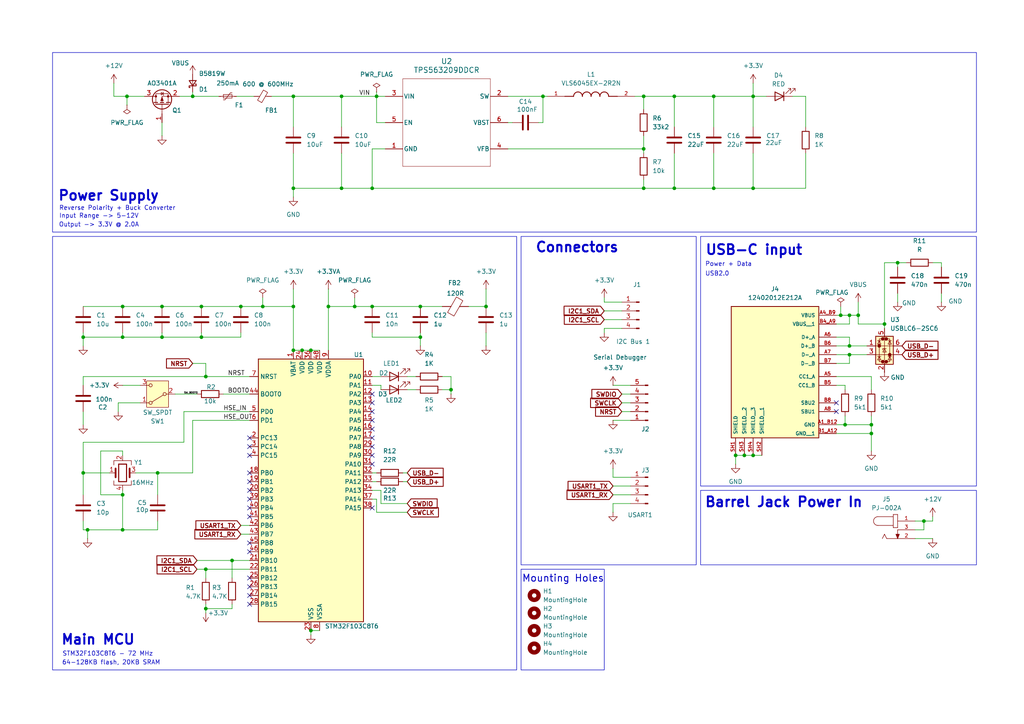
<source format=kicad_sch>
(kicad_sch (version 20250114) (generator "eeschema") (generator_version "9.0")
  (paper "A4")
  (title_block (title "STM32 Dev Board Design") (rev "01") (comment 1 "This is an attempt at a STM32 bluepill-like design to improve my skills in PCB design"))
  (rectangle (start 15.24 68.58) (end 149.86 194.31))
  (rectangle (start 15.24 15.24) (end 283.21 67.31))
  (rectangle (start 151.13 165.1) (end 175.26 194.31))
  (rectangle (start 151.13 68.58) (end 201.93 163.83))
  (rectangle (start 203.2 142.24) (end 283.21 163.83))
  (rectangle (start 203.2 68.58) (end 283.21 140.97))
  (text "64-128KB flash, 20KB SRAM\n" (at 32.258 192.278 0) (effects (font (size 1.27 1.27))))
  (text "STM32F103C8T6 - 72 MHz" (at 31.242 189.738 0) (effects (font (size 1.27 1.27))))
  (text "Output -> 3.3V @ 2.0A" (at 28.702 65.278 0) (effects (font (size 1.27 1.27))))
  (text "Connectors" (at 167.386 71.882 0) (effects (font (size 2.8448 2.8448) (thickness 0.569) (bold yes))))
  (text "Barrel Jack Power In\n" (at 227.33 145.796 0) (effects (font (size 2.8448 2.8448) (thickness 0.569) (bold yes))))
  (text "Input Range -> 5-12V" (at 28.702 62.738 0) (effects (font (size 1.27 1.27))))
  (text "Mounting Holes\n" (at 163.322 167.894 0) (effects (font (size 2.032 2.032) (thickness 0.254) (bold yes))))
  (text "Power Supply" (at 31.496 56.896 0) (effects (font (size 2.8448 2.8448) (thickness 0.569) (bold yes))))
  (text "USB2.0" (at 208.026 79.502 0) (effects (font (size 1.27 1.27))))
  (text "Main MCU" (at 28.448 185.674 0) (effects (font (size 2.8448 2.8448) (thickness 0.569) (bold yes))))
  (text "USB-C input\n\n" (at 218.694 74.93 0) (effects (font (size 2.8448 2.8448) (thickness 0.569) (bold yes))))
  (text "Reverse Polarity + Buck Converter" (at 34.036 60.452 0) (effects (font (size 1.27 1.27))))
  (text "Power + Data" (at 211.328 76.708 0) (effects (font (size 1.27 1.27))))
  (junction (at 85.09 88.9))
  (junction (at 248.92 91.44))
  (junction (at 267.97 151.13))
  (junction (at 215.9 132.08))
  (junction (at 58.42 88.9))
  (junction (at 99.06 27.94))
  (junction (at 59.69 176.53))
  (junction (at 59.69 165.1))
  (junction (at 195.58 54.61))
  (junction (at 67.31 162.56))
  (junction (at 35.56 143.51))
  (junction (at 246.38 91.44))
  (junction (at 140.97 88.9))
  (junction (at 186.69 54.61))
  (junction (at 35.56 153.67))
  (junction (at 213.36 132.08))
  (junction (at 55.88 27.94))
  (junction (at 58.42 97.79))
  (junction (at 243.84 91.44))
  (junction (at 76.2 88.9))
  (junction (at 59.69 109.22))
  (junction (at 121.92 97.79))
  (junction (at 195.58 27.94))
  (junction (at 25.4 153.67))
  (junction (at 218.44 132.08))
  (junction (at 102.87 88.9))
  (junction (at 85.09 54.61))
  (junction (at 85.09 27.94))
  (junction (at 107.95 54.61))
  (junction (at 121.92 88.9))
  (junction (at 24.13 137.16))
  (junction (at 186.69 43.18))
  (junction (at 90.17 182.88))
  (junction (at 252.73 125.73))
  (junction (at 260.35 76.2))
  (junction (at 109.22 27.94))
  (junction (at 90.17 101.6))
  (junction (at 246.38 102.87))
  (junction (at 130.81 113.03))
  (junction (at 46.99 97.79))
  (junction (at 45.72 137.16))
  (junction (at 85.09 101.6))
  (junction (at 99.06 54.61))
  (junction (at 246.38 100.33))
  (junction (at 36.83 27.94))
  (junction (at 218.44 54.61))
  (junction (at 107.95 88.9))
  (junction (at 207.01 54.61))
  (junction (at 87.63 101.6))
  (junction (at 218.44 27.94))
  (junction (at 157.48 27.94))
  (junction (at 69.85 88.9))
  (junction (at 46.99 88.9))
  (junction (at 35.56 88.9))
  (junction (at 35.56 97.79))
  (junction (at 95.25 88.9))
  (junction (at 252.73 123.19))
  (junction (at 256.54 93.98))
  (junction (at 207.01 27.94))
  (junction (at 245.11 123.19))
  (junction (at 186.69 27.94))
  (junction (at 24.13 97.79))
  (no_connect (at 72.39 147.32))
  (no_connect (at 107.95 134.62))
  (no_connect (at 242.57 119.38))
  (no_connect (at 107.95 132.08))
  (no_connect (at 72.39 170.18))
  (no_connect (at 107.95 127))
  (no_connect (at 72.39 139.7))
  (no_connect (at 72.39 127))
  (no_connect (at 107.95 119.38))
  (no_connect (at 107.95 129.54))
  (no_connect (at 72.39 137.16))
  (no_connect (at 72.39 132.08))
  (no_connect (at 72.39 157.48))
  (no_connect (at 107.95 114.3))
  (no_connect (at 107.95 121.92))
  (no_connect (at 72.39 175.26))
  (no_connect (at 242.57 116.84))
  (no_connect (at 72.39 172.72))
  (no_connect (at 107.95 124.46))
  (no_connect (at 72.39 144.78))
  (no_connect (at 72.39 142.24))
  (no_connect (at 107.95 116.84))
  (no_connect (at 72.39 129.54))
  (no_connect (at 107.95 147.32))
  (no_connect (at 72.39 160.02))
  (no_connect (at 72.39 149.86))
  (no_connect (at 72.39 167.64))
  (wire (pts (xy 85.09 27.94) (xy 99.06 27.94)))
  (wire (pts (xy 180.34 114.3) (xy 182.88 114.3)))
  (wire (pts (xy 46.99 96.52) (xy 46.99 97.79)))
  (wire (pts (xy 215.9 132.08) (xy 218.44 132.08)))
  (wire (pts (xy 128.27 109.22) (xy 130.81 109.22)))
  (wire (pts (xy 110.49 111.76) (xy 110.49 113.03)))
  (wire (pts (xy 107.95 43.18) (xy 111.76 43.18)))
  (wire (pts (xy 242.57 125.73) (xy 252.73 125.73)))
  (wire (pts (xy 58.42 96.52) (xy 58.42 97.79)))
  (wire (pts (xy 55.88 27.94) (xy 63.5 27.94)))
  (wire (pts (xy 242.57 111.76) (xy 245.11 111.76)))
  (wire (pts (xy 68.58 27.94) (xy 73.66 27.94)))
  (wire (pts (xy 35.56 111.76) (xy 40.64 111.76)))
  (wire (pts (xy 109.22 27.94) (xy 109.22 35.56)))
  (wire (pts (xy 35.56 153.67) (xy 45.72 153.67)))
  (wire (pts (xy 85.09 57.15) (xy 85.09 54.61)))
  (wire (pts (xy 67.31 162.56) (xy 72.39 162.56)))
  (wire (pts (xy 95.25 83.82) (xy 95.25 88.9)))
  (wire (pts (xy 130.81 109.22) (xy 130.81 113.03)))
  (wire (pts (xy 87.63 101.6) (xy 90.17 101.6)))
  (wire (pts (xy 109.22 137.16) (xy 107.95 137.16)))
  (wire (pts (xy 245.11 120.65) (xy 245.11 123.19)))
  (wire (pts (xy 177.8 140.97) (xy 182.88 140.97)))
  (wire (pts (xy 248.92 93.98) (xy 256.54 93.98)))
  (wire (pts (xy 207.01 27.94) (xy 218.44 27.94)))
  (wire (pts (xy 24.13 109.22) (xy 24.13 111.76)))
  (wire (pts (xy 78.74 27.94) (xy 85.09 27.94)))
  (wire (pts (xy 218.44 27.94) (xy 222.25 27.94)))
  (wire (pts (xy 110.49 146.05) (xy 118.11 146.05)))
  (wire (pts (xy 246.38 102.87) (xy 251.46 102.87)))
  (wire (pts (xy 69.85 152.4) (xy 72.39 152.4)))
  (wire (pts (xy 256.54 93.98) (xy 256.54 95.25)))
  (wire (pts (xy 46.99 35.56) (xy 46.99 39.37)))
  (wire (pts (xy 265.43 151.13) (xy 267.97 151.13)))
  (wire (pts (xy 24.13 119.38) (xy 24.13 123.19)))
  (wire (pts (xy 52.07 27.94) (xy 55.88 27.94)))
  (wire (pts (xy 59.69 109.22) (xy 72.39 109.22)))
  (wire (pts (xy 180.34 87.63) (xy 175.26 87.63)))
  (wire (pts (xy 36.83 27.94) (xy 41.91 27.94)))
  (wire (pts (xy 33.02 24.13) (xy 33.02 27.94)))
  (wire (pts (xy 273.05 76.2) (xy 273.05 77.47)))
  (wire (pts (xy 111.76 35.56) (xy 109.22 35.56)))
  (wire (pts (xy 55.88 137.16) (xy 55.88 121.92)))
  (wire (pts (xy 186.69 52.07) (xy 186.69 54.61)))
  (wire (pts (xy 24.13 109.22) (xy 59.69 109.22)))
  (wire (pts (xy 57.15 162.56) (xy 67.31 162.56)))
  (wire (pts (xy 273.05 85.09) (xy 273.05 87.63)))
  (wire (pts (xy 243.84 88.9) (xy 243.84 91.44)))
  (wire (pts (xy 218.44 44.45) (xy 218.44 54.61)))
  (wire (pts (xy 69.85 88.9) (xy 76.2 88.9)))
  (wire (pts (xy 147.32 27.94) (xy 157.48 27.94)))
  (wire (pts (xy 128.27 113.03) (xy 130.81 113.03)))
  (wire (pts (xy 242.57 102.87) (xy 246.38 102.87)))
  (wire (pts (xy 186.69 54.61) (xy 195.58 54.61)))
  (wire (pts (xy 69.85 154.94) (xy 72.39 154.94)))
  (wire (pts (xy 140.97 83.82) (xy 140.97 88.9)))
  (wire (pts (xy 246.38 105.41) (xy 246.38 102.87)))
  (wire (pts (xy 46.99 88.9) (xy 58.42 88.9)))
  (wire (pts (xy 59.69 175.26) (xy 59.69 176.53)))
  (wire (pts (xy 121.92 97.79) (xy 107.95 97.79)))
  (wire (pts (xy 121.92 88.9) (xy 128.27 88.9)))
  (wire (pts (xy 248.92 87.63) (xy 248.92 91.44)))
  (wire (pts (xy 34.29 116.84) (xy 40.64 116.84)))
  (wire (pts (xy 46.99 97.79) (xy 58.42 97.79)))
  (wire (pts (xy 245.11 123.19) (xy 252.73 123.19)))
  (wire (pts (xy 85.09 54.61) (xy 99.06 54.61)))
  (wire (pts (xy 107.95 54.61) (xy 186.69 54.61)))
  (wire (pts (xy 195.58 27.94) (xy 195.58 36.83)))
  (wire (pts (xy 90.17 101.6) (xy 92.71 101.6)))
  (wire (pts (xy 107.95 54.61) (xy 107.95 43.18)))
  (wire (pts (xy 76.2 86.36) (xy 76.2 88.9)))
  (wire (pts (xy 24.13 100.33) (xy 24.13 97.79)))
  (wire (pts (xy 121.92 96.52) (xy 121.92 97.79)))
  (wire (pts (xy 242.57 97.79) (xy 246.38 97.79)))
  (wire (pts (xy 107.95 97.79) (xy 107.95 96.52)))
  (wire (pts (xy 67.31 162.56) (xy 67.31 167.64)))
  (wire (pts (xy 267.97 153.67) (xy 267.97 151.13)))
  (wire (pts (xy 177.8 146.05) (xy 177.8 148.59)))
  (wire (pts (xy 218.44 132.08) (xy 220.98 132.08)))
  (wire (pts (xy 36.83 30.48) (xy 36.83 27.94)))
  (wire (pts (xy 118.11 137.16) (xy 116.84 137.16)))
  (wire (pts (xy 213.36 132.08) (xy 215.9 132.08)))
  (wire (pts (xy 24.13 137.16) (xy 24.13 128.27)))
  (wire (pts (xy 35.56 130.81) (xy 29.21 130.81)))
  (wire (pts (xy 121.92 97.79) (xy 121.92 100.33)))
  (wire (pts (xy 147.32 35.56) (xy 148.59 35.56)))
  (wire (pts (xy 99.06 36.83) (xy 99.06 27.94)))
  (wire (pts (xy 177.8 111.76) (xy 182.88 111.76)))
  (wire (pts (xy 180.34 95.25) (xy 175.26 95.25)))
  (wire (pts (xy 186.69 44.45) (xy 186.69 43.18)))
  (wire (pts (xy 175.26 92.71) (xy 180.34 92.71)))
  (wire (pts (xy 242.57 91.44) (xy 243.84 91.44)))
  (wire (pts (xy 107.95 111.76) (xy 110.49 111.76)))
  (wire (pts (xy 252.73 109.22) (xy 252.73 113.03)))
  (wire (pts (xy 35.56 142.24) (xy 35.56 143.51)))
  (wire (pts (xy 35.56 97.79) (xy 46.99 97.79)))
  (wire (pts (xy 35.56 132.08) (xy 35.56 130.81)))
  (wire (pts (xy 76.2 88.9) (xy 85.09 88.9)))
  (wire (pts (xy 110.49 142.24) (xy 107.95 142.24)))
  (wire (pts (xy 109.22 148.59) (xy 118.11 148.59)))
  (wire (pts (xy 24.13 153.67) (xy 25.4 153.67)))
  (wire (pts (xy 207.01 44.45) (xy 207.01 54.61)))
  (wire (pts (xy 233.68 44.45) (xy 233.68 54.61)))
  (wire (pts (xy 243.84 91.44) (xy 246.38 91.44)))
  (wire (pts (xy 90.17 182.88) (xy 90.17 184.15)))
  (wire (pts (xy 39.37 137.16) (xy 45.72 137.16)))
  (wire (pts (xy 53.34 119.38) (xy 72.39 119.38)))
  (wire (pts (xy 107.95 88.9) (xy 121.92 88.9)))
  (wire (pts (xy 33.02 27.94) (xy 36.83 27.94)))
  (wire (pts (xy 156.21 35.56) (xy 157.48 35.56)))
  (wire (pts (xy 102.87 86.36) (xy 102.87 88.9)))
  (wire (pts (xy 35.56 88.9) (xy 46.99 88.9)))
  (wire (pts (xy 186.69 39.37) (xy 186.69 43.18)))
  (wire (pts (xy 50.8 114.3) (xy 57.15 114.3)))
  (wire (pts (xy 118.11 139.7) (xy 116.84 139.7)))
  (wire (pts (xy 218.44 36.83) (xy 218.44 27.94)))
  (wire (pts (xy 147.32 43.18) (xy 186.69 43.18)))
  (wire (pts (xy 242.57 93.98) (xy 246.38 93.98)))
  (wire (pts (xy 246.38 97.79) (xy 246.38 100.33)))
  (wire (pts (xy 177.8 138.43) (xy 177.8 135.89)))
  (wire (pts (xy 242.57 100.33) (xy 246.38 100.33)))
  (wire (pts (xy 265.43 156.21) (xy 270.51 156.21)))
  (wire (pts (xy 256.54 76.2) (xy 260.35 76.2)))
  (wire (pts (xy 85.09 83.82) (xy 85.09 88.9)))
  (wire (pts (xy 67.31 176.53) (xy 59.69 176.53)))
  (wire (pts (xy 29.21 130.81) (xy 29.21 143.51)))
  (wire (pts (xy 107.95 109.22) (xy 110.49 109.22)))
  (wire (pts (xy 182.88 138.43) (xy 177.8 138.43)))
  (wire (pts (xy 140.97 96.52) (xy 140.97 100.33)))
  (wire (pts (xy 242.57 105.41) (xy 246.38 105.41)))
  (wire (pts (xy 35.56 143.51) (xy 35.56 153.67)))
  (wire (pts (xy 57.15 165.1) (xy 59.69 165.1)))
  (wire (pts (xy 95.25 88.9) (xy 102.87 88.9)))
  (wire (pts (xy 24.13 96.52) (xy 24.13 97.79)))
  (wire (pts (xy 218.44 24.13) (xy 218.44 27.94)))
  (wire (pts (xy 58.42 97.79) (xy 69.85 97.79)))
  (wire (pts (xy 252.73 123.19) (xy 252.73 125.73)))
  (wire (pts (xy 59.69 176.53) (xy 59.69 177.8)))
  (wire (pts (xy 102.87 88.9) (xy 107.95 88.9)))
  (wire (pts (xy 180.34 116.84) (xy 182.88 116.84)))
  (wire (pts (xy 67.31 175.26) (xy 67.31 176.53)))
  (wire (pts (xy 267.97 151.13) (xy 270.51 151.13)))
  (wire (pts (xy 175.26 87.63) (xy 175.26 86.36)))
  (wire (pts (xy 252.73 120.65) (xy 252.73 123.19)))
  (wire (pts (xy 182.88 146.05) (xy 177.8 146.05)))
  (wire (pts (xy 177.8 143.51) (xy 182.88 143.51)))
  (wire (pts (xy 177.8 121.92) (xy 182.88 121.92)))
  (wire (pts (xy 207.01 54.61) (xy 195.58 54.61)))
  (wire (pts (xy 246.38 100.33) (xy 251.46 100.33)))
  (wire (pts (xy 229.87 27.94) (xy 233.68 27.94)))
  (wire (pts (xy 55.88 26.67) (xy 55.88 27.94)))
  (wire (pts (xy 265.43 153.67) (xy 267.97 153.67)))
  (wire (pts (xy 233.68 54.61) (xy 218.44 54.61)))
  (wire (pts (xy 85.09 36.83) (xy 85.09 27.94)))
  (wire (pts (xy 25.4 153.67) (xy 35.56 153.67)))
  (wire (pts (xy 24.13 151.13) (xy 24.13 153.67)))
  (wire (pts (xy 24.13 97.79) (xy 35.56 97.79)))
  (wire (pts (xy 246.38 91.44) (xy 248.92 91.44)))
  (wire (pts (xy 157.48 27.94) (xy 158.75 27.94)))
  (wire (pts (xy 260.35 77.47) (xy 260.35 76.2)))
  (wire (pts (xy 24.13 137.16) (xy 31.75 137.16)))
  (wire (pts (xy 245.11 111.76) (xy 245.11 113.03)))
  (wire (pts (xy 256.54 93.98) (xy 256.54 76.2)))
  (wire (pts (xy 24.13 128.27) (xy 53.34 128.27)))
  (wire (pts (xy 34.29 119.38) (xy 34.29 116.84)))
  (wire (pts (xy 99.06 54.61) (xy 107.95 54.61)))
  (wire (pts (xy 95.25 88.9) (xy 95.25 101.6)))
  (wire (pts (xy 242.57 109.22) (xy 252.73 109.22)))
  (wire (pts (xy 64.77 114.3) (xy 72.39 114.3)))
  (wire (pts (xy 233.68 27.94) (xy 233.68 36.83)))
  (wire (pts (xy 69.85 97.79) (xy 69.85 96.52)))
  (wire (pts (xy 195.58 54.61) (xy 195.58 44.45)))
  (wire (pts (xy 186.69 27.94) (xy 186.69 31.75)))
  (wire (pts (xy 55.88 121.92) (xy 72.39 121.92)))
  (wire (pts (xy 260.35 85.09) (xy 260.35 87.63)))
  (wire (pts (xy 59.69 165.1) (xy 59.69 167.64)))
  (wire (pts (xy 109.22 139.7) (xy 107.95 139.7)))
  (wire (pts (xy 248.92 93.98) (xy 248.92 91.44)))
  (wire (pts (xy 180.34 119.38) (xy 182.88 119.38)))
  (wire (pts (xy 85.09 88.9) (xy 85.09 101.6)))
  (wire (pts (xy 45.72 151.13) (xy 45.72 153.67)))
  (wire (pts (xy 109.22 27.94) (xy 111.76 27.94)))
  (wire (pts (xy 59.69 165.1) (xy 72.39 165.1)))
  (wire (pts (xy 157.48 27.94) (xy 157.48 35.56)))
  (wire (pts (xy 175.26 95.25) (xy 175.26 96.52)))
  (wire (pts (xy 207.01 54.61) (xy 218.44 54.61)))
  (wire (pts (xy 55.88 105.41) (xy 59.69 105.41)))
  (wire (pts (xy 245.11 123.19) (xy 242.57 123.19)))
  (wire (pts (xy 110.49 146.05) (xy 110.49 142.24)))
  (wire (pts (xy 195.58 27.94) (xy 186.69 27.94)))
  (wire (pts (xy 85.09 44.45) (xy 85.09 54.61)))
  (wire (pts (xy 99.06 27.94) (xy 109.22 27.94)))
  (wire (pts (xy 118.11 109.22) (xy 120.65 109.22)))
  (wire (pts (xy 25.4 153.67) (xy 25.4 156.21)))
  (wire (pts (xy 85.09 101.6) (xy 87.63 101.6)))
  (wire (pts (xy 90.17 182.88) (xy 92.71 182.88)))
  (wire (pts (xy 99.06 44.45) (xy 99.06 54.61)))
  (wire (pts (xy 135.89 88.9) (xy 140.97 88.9)))
  (wire (pts (xy 270.51 76.2) (xy 273.05 76.2)))
  (wire (pts (xy 207.01 27.94) (xy 195.58 27.94)))
  (wire (pts (xy 130.81 113.03) (xy 130.81 114.3)))
  (wire (pts (xy 109.22 144.78) (xy 107.95 144.78)))
  (wire (pts (xy 45.72 137.16) (xy 45.72 143.51)))
  (wire (pts (xy 29.21 143.51) (xy 35.56 143.51)))
  (wire (pts (xy 246.38 93.98) (xy 246.38 91.44)))
  (wire (pts (xy 260.35 76.2) (xy 262.89 76.2)))
  (wire (pts (xy 270.51 151.13) (xy 270.51 149.86)))
  (wire (pts (xy 45.72 137.16) (xy 55.88 137.16)))
  (wire (pts (xy 207.01 27.94) (xy 207.01 36.83)))
  (wire (pts (xy 175.26 90.17) (xy 180.34 90.17)))
  (wire (pts (xy 109.22 26.67) (xy 109.22 27.94)))
  (wire (pts (xy 118.11 113.03) (xy 120.65 113.03)))
  (wire (pts (xy 35.56 96.52) (xy 35.56 97.79)))
  (wire (pts (xy 24.13 137.16) (xy 24.13 143.51)))
  (wire (pts (xy 58.42 88.9) (xy 69.85 88.9)))
  (wire (pts (xy 109.22 144.78) (xy 109.22 148.59)))
  (wire (pts (xy 213.36 132.08) (xy 213.36 134.62)))
  (wire (pts (xy 53.34 128.27) (xy 53.34 119.38)))
  (wire (pts (xy 184.15 27.94) (xy 186.69 27.94)))
  (wire (pts (xy 24.13 88.9) (xy 35.56 88.9)))
  (wire (pts (xy 252.73 125.73) (xy 252.73 130.81)))
  (wire (pts (xy 59.69 105.41) (xy 59.69 109.22)))
  (label "VIN" (at 104.14 27.94 0))
  (label "NRST" (at 66.04 109.22 0))
  (label "SW_BOOT0" (at 53.34 114.3 0) (effects (font (size 0.508 0.508))))
  (label "HSE_IN" (at 64.77 119.38 0))
  (label "HSE_OUT" (at 64.77 121.92 0))
  (label "BOOT0" (at 66.04 114.3 0))
  (global_label "I2C1_SCL" (shape input) (at 175.26 92.71 180) (effects (font (thickness 0.254) (bold yes))) (property "Intersheetrefs" "${INTERSHEET_REFS}" (effects (hide yes))))
  (global_label "USB_D-" (shape input) (at 118.11 137.16 0) (effects (font (thickness 0.254) (bold yes))) (property "Intersheetrefs" "${INTERSHEET_REFS}" (effects (hide yes))))
  (global_label "USB_D+" (shape input) (at 261.62 102.87 0) (effects (font (thickness 0.254) (bold yes))) (property "Intersheetrefs" "${INTERSHEET_REFS}" (effects (hide yes))))
  (global_label "SWCLK" (shape input) (at 118.11 148.59 0) (effects (font (thickness 0.254) (bold yes))) (property "Intersheetrefs" "${INTERSHEET_REFS}" (effects (hide yes))))
  (global_label "SWCLK" (shape input) (at 180.34 116.84 180) (effects (font (thickness 0.254) (bold yes))) (property "Intersheetrefs" "${INTERSHEET_REFS}" (effects (hide yes))))
  (global_label "USB_D+" (shape input) (at 118.11 139.7 0) (effects (font (thickness 0.254) (bold yes))) (property "Intersheetrefs" "${INTERSHEET_REFS}" (effects (hide yes))))
  (global_label "USART1_TX" (shape input) (at 69.85 152.4 180) (effects (font (thickness 0.254) (bold yes))) (property "Intersheetrefs" "${INTERSHEET_REFS}" (effects (hide yes))))
  (global_label "I2C1_SCL" (shape input) (at 57.15 165.1 180) (effects (font (thickness 0.254) (bold yes))) (property "Intersheetrefs" "${INTERSHEET_REFS}" (effects (hide yes))))
  (global_label "SWDIO" (shape input) (at 180.34 114.3 180) (effects (font (thickness 0.254) (bold yes))) (property "Intersheetrefs" "${INTERSHEET_REFS}" (effects (hide yes))))
  (global_label "NRST" (shape input) (at 55.88 105.41 180) (effects (font (thickness 0.254) (bold yes))) (property "Intersheetrefs" "${INTERSHEET_REFS}" (effects (hide yes))))
  (global_label "NRST" (shape input) (at 180.34 119.38 180) (effects (font (thickness 0.254) (bold yes))) (property "Intersheetrefs" "${INTERSHEET_REFS}" (effects (hide yes))))
  (global_label "I2C1_SDA" (shape input) (at 57.15 162.56 180) (effects (font (thickness 0.254) (bold yes))) (property "Intersheetrefs" "${INTERSHEET_REFS}" (effects (hide yes))))
  (global_label "USART1_RX" (shape input) (at 177.8 143.51 180) (effects (font (thickness 0.254) (bold yes))) (property "Intersheetrefs" "${INTERSHEET_REFS}" (effects (hide yes))))
  (global_label "USART1_RX" (shape input) (at 69.85 154.94 180) (effects (font (thickness 0.254) (bold yes))) (property "Intersheetrefs" "${INTERSHEET_REFS}" (effects (hide yes))))
  (global_label "USB_D-" (shape input) (at 261.62 100.33 0) (effects (font (thickness 0.254) (bold yes))) (property "Intersheetrefs" "${INTERSHEET_REFS}" (effects (hide yes))))
  (global_label "USART1_TX" (shape input) (at 177.8 140.97 180) (effects (font (thickness 0.254) (bold yes))) (property "Intersheetrefs" "${INTERSHEET_REFS}" (effects (hide yes))))
  (global_label "SWDIO" (shape input) (at 118.11 146.05 0) (effects (font (thickness 0.254) (bold yes))) (property "Intersheetrefs" "${INTERSHEET_REFS}" (effects (hide yes))))
  (global_label "I2C1_SDA" (shape input) (at 175.26 90.17 180) (effects (font (thickness 0.254) (bold yes))) (property "Intersheetrefs" "${INTERSHEET_REFS}" (effects (hide yes))))
  (symbol (lib_id "power:GND") (at 273.05 87.63 0) (unit 1)
    (property "Reference" "#PWR032" (effects (hide yes)))
    (property "Value" "GND" (at 277.114 87.376 0))
    (property "Description" "Power symbol creates a global label with name \"GND\" , ground" (effects (hide yes)))
  )
  (symbol (lib_id "Device:C") (at 121.92 92.71 0) (unit 1)
    (property "Reference" "C12" (at 125.73 91.4399 0) (effects (justify left)))
    (property "Value" "1u" (at 125.73 93.9799 0) (effects (justify left)))
    (property "Footprint" "Capacitor_SMD:C_0402_1005Metric" (effects (hide yes)))
    (property "Description" "Unpolarized capacitor" (effects (hide yes)))
    (property "LCSC Part #" "C29266" (effects (hide yes)))
  )
  (symbol (lib_id "Mechanical:MountingHole") (at 154.94 172.72 0) (unit 1) (in_bom no)
    (property "Reference" "H1" (at 157.48 171.4499 0) (effects (justify left)))
    (property "Value" "MountingHole" (at 157.48 173.9899 0) (effects (justify left)))
    (property "Footprint" "MountingHole:MountingHole_2.2mm_M2" (effects (hide yes)))
    (property "Description" "Mounting Hole without connection" (effects (hide yes)))
  )
  (symbol (lib_id "Device:C") (at 24.13 92.71 0) (unit 1)
    (property "Reference" "C1" (at 27.94 91.4399 0) (effects (justify left)))
    (property "Value" "10u" (at 27.94 93.9799 0) (effects (justify left)))
    (property "Footprint" "Capacitor_SMD:C_0603_1608Metric" (effects (hide yes)))
    (property "Description" "Unpolarized capacitor" (effects (hide yes)))
    (property "LCSC Part #" "C91606" (effects (hide yes)))
  )
  (symbol (lib_id "Device:C") (at 58.42 92.71 0) (unit 1)
    (property "Reference" "C7" (at 62.23 91.4399 0) (effects (justify left)))
    (property "Value" "100n" (at 62.23 93.9799 0) (effects (justify left)))
    (property "Footprint" "Capacitor_SMD:C_0402_1005Metric" (effects (hide yes)))
    (property "Description" "Unpolarized capacitor" (effects (hide yes)))
    (property "LCSC Part #" "C1525" (effects (hide yes)))
  )
  (symbol (lib_id "power:GND") (at 177.8 148.59 0) (unit 1)
    (property "Reference" "#PWR023" (effects (hide yes)))
    (property "Value" "GND" (effects (hide yes)))
    (property "Description" "Power symbol creates a global label with name \"GND\" , ground" (effects (hide yes)))
  )
  (symbol (lib_id "Device:R") (at 113.03 137.16 90) (unit 1)
    (property "Reference" "R12" (at 113.03 130.81 90))
    (property "Value" "22R" (at 113.03 133.35 90))
    (property "Footprint" "Resistor_SMD:R_0402_1005Metric" (effects (hide yes)))
    (property "Description" "Resistor" (effects (hide yes)))
  )
  (symbol (lib_id "power:+12V") (at 270.51 149.86 0) (unit 1)
    (property "Reference" "#PWR030" (effects (hide yes)))
    (property "Value" "+12V" (at 270.51 144.78 0))
    (property "Description" "Power symbol creates a global label with name \"+12V\"" (effects (hide yes)))
  )
  (symbol (lib_id "power:+12V") (at 33.02 24.13 0) (unit 1)
    (property "Reference" "#PWR04" (effects (hide yes)))
    (property "Value" "+12V" (at 33.02 19.05 0))
    (property "Description" "Power symbol creates a global label with name \"+12V\"" (effects (hide yes)))
  )
  (symbol (lib_id "power:GND") (at 140.97 100.33 0) (unit 1)
    (property "Reference" "#PWR017" (effects (hide yes)))
    (property "Value" "GND" (effects (hide yes)))
    (property "Description" "Power symbol creates a global label with name \"GND\" , ground" (effects (hide yes)))
  )
  (symbol (lib_id "power:GND") (at 46.99 39.37 0) (mirror y) (unit 1)
    (property "Reference" "#PWR07" (effects (hide yes)))
    (property "Value" "GND" (effects (hide yes)))
    (property "Description" "Power symbol creates a global label with name \"GND\" , ground" (effects (hide yes)))
  )
  (symbol (lib_id "power:GND") (at 256.54 107.95 0) (unit 1)
    (property "Reference" "#PWR028" (effects (hide yes)))
    (property "Value" "GND" (at 260.35 109.474 0))
    (property "Description" "Power symbol creates a global label with name \"GND\" , ground" (effects (hide yes)))
  )
  (symbol (lib_id "power:GND") (at 175.26 96.52 0) (unit 1)
    (property "Reference" "#PWR019" (effects (hide yes)))
    (property "Value" "GND" (effects (hide yes)))
    (property "Description" "Power symbol creates a global label with name \"GND\" , ground" (effects (hide yes)))
  )
  (symbol (lib_id "Device:R") (at 124.46 109.22 90) (unit 1)
    (property "Reference" "R4" (at 124.46 102.87 90))
    (property "Value" "1K" (at 124.46 105.41 90))
    (property "Footprint" "Resistor_SMD:R_0402_1005Metric" (effects (hide yes)))
    (property "Description" "Resistor" (effects (hide yes)))
  )
  (symbol (lib_id "Mechanical:MountingHole") (at 154.94 177.8 0) (unit 1) (in_bom no)
    (property "Reference" "H2" (at 157.48 176.5299 0) (effects (justify left)))
    (property "Value" "MountingHole" (at 157.48 179.0699 0) (effects (justify left)))
    (property "Footprint" "MountingHole:MountingHole_2.2mm_M2" (effects (hide yes)))
    (property "Description" "Mounting Hole without connection" (effects (hide yes)))
  )
  (symbol (lib_id "Connector:Conn_01x04_Pin") (at 187.96 140.97 0) (mirror y) (unit 1)
    (property "Reference" "J3" (at 187.198 136.398 0))
    (property "Value" "USART1" (at 185.674 149.352 0))
    (property "Footprint" "Connector_PinHeader_2.54mm:PinHeader_1x04_P2.54mm_Vertical" (effects (hide yes)))
    (property "Description" "Generic connector, single row, 01x04, script generated" (effects (hide yes)))
    (property "LCSC Part #" "C225256" (effects (hide yes)))
  )
  (symbol (lib_id "Device:C") (at 24.13 115.57 0) (unit 1)
    (property "Reference" "C2" (at 28.448 118.11 0) (effects (justify left)))
    (property "Value" "100n" (at 27.686 115.824 0) (effects (justify left)))
    (property "Footprint" "Capacitor_SMD:C_0402_1005Metric" (effects (hide yes)))
    (property "Description" "Unpolarized capacitor" (effects (hide yes)))
    (property "LCSC Part #" "C1525" (effects (hide yes)))
  )
  (symbol (lib_id "Device:C") (at 99.06 40.64 0) (unit 1)
    (property "Reference" "C10" (at 102.87 39.3699 0) (effects (justify left)))
    (property "Value" "10uF" (at 102.87 41.9099 0) (effects (justify left)))
    (property "Footprint" "Capacitor_SMD:C_0805_2012Metric" (effects (hide yes)))
    (property "Description" "Unpolarized capacitor" (effects (hide yes)))
  )
  (symbol (lib_id "power:GND") (at 260.35 87.63 0) (unit 1)
    (property "Reference" "#PWR029" (effects (hide yes)))
    (property "Value" "GND" (at 263.652 87.884 0))
    (property "Description" "Power symbol creates a global label with name \"GND\" , ground" (effects (hide yes)))
  )
  (symbol (lib_id "Device:R") (at 245.11 116.84 0) (unit 1)
    (property "Reference" "R9" (at 247.65 115.5699 0) (effects (justify left)))
    (property "Value" "5k1" (at 247.65 118.1099 0) (effects (justify left)))
    (property "Footprint" "Resistor_SMD:R_0402_1005Metric" (effects (hide yes)))
    (property "Description" "Resistor" (effects (hide yes)))
  )
  (symbol (lib_id "Device:FerriteBead_Small") (at 76.2 27.94 90) (unit 1)
    (property "Reference" "FB1" (at 78.74 32.004 90))
    (property "Value" "600 @ 600MHz" (at 77.724 24.384 90))
    (property "Footprint" "Inductor_SMD:L_0805_2012Metric" (effects (hide yes)))
    (property "Description" "Ferrite bead, small symbol" (effects (hide yes)))
    (property "LCSC Part #" "C1017" (effects (hide yes)))
  )
  (symbol (lib_id "power:+3.3V") (at 59.69 177.8 180) (unit 1)
    (property "Reference" "#PWR09" (effects (hide yes)))
    (property "Value" "+3.3V" (at 63.246 177.8 0))
    (property "Description" "Power symbol creates a global label with name \"+3.3V\"" (effects (hide yes)))
  )
  (symbol (lib_id "power:+3.3V") (at 140.97 83.82 0) (unit 1)
    (property "Reference" "#PWR016" (effects (hide yes)))
    (property "Value" "+3.3V" (at 140.97 78.74 0))
    (property "Description" "Power symbol creates a global label with name \"+3.3V\"" (effects (hide yes)))
  )
  (symbol (lib_id "Device:C") (at 195.58 40.64 0) (unit 1)
    (property "Reference" "C15" (at 199.39 39.3699 0) (effects (justify left)))
    (property "Value" "22uF" (at 199.39 41.9099 0) (effects (justify left)))
    (property "Footprint" "Capacitor_SMD:C_0603_1608Metric" (effects (hide yes)))
    (property "Description" "Unpolarized capacitor" (effects (hide yes)))
  )
  (symbol (lib_id "power:VBUS") (at 55.88 21.59 0) (unit 1)
    (property "Reference" "#PWR08" (effects (hide yes)))
    (property "Value" "VBUS" (at 52.324 18.288 0))
    (property "Description" "Power symbol creates a global label with name \"VBUS\"" (effects (hide yes)))
  )
  (symbol (lib_id "Switch:SW_SPDT") (at 45.72 114.3 180) (unit 1)
    (property "Reference" "SW1" (at 45.72 122.174 0))
    (property "Value" "SW_SPDT" (at 45.72 119.634 0))
    (property "Footprint" "Button_Switch_SMD:SW_SPDT_PCM12" (effects (hide yes)))
    (property "Description" "Switch, single pole double throw" (effects (hide yes)))
    (property "LCSC Part #" "C221841" (effects (hide yes)))
  )
  (symbol (lib_id "2025-11-10_21-34-21:TPS563209DDCR") (at 129.54 35.56 0) (unit 1)
    (property "Reference" "U2" (at 129.54 17.78 0) (effects (font (size 1.524 1.524))))
    (property "Value" "TPS563209DDCR" (at 129.54 20.32 0) (effects (font (size 1.524 1.524))))
    (property "Footprint" "Footprints:DDC0006A" (effects (hide yes)))
    (property "Datasheet" "https://www.ti.com/lit/gpn/tps563209" (effects (hide yes)))
  )
  (symbol (lib_id "Device:C") (at 207.01 40.64 0) (unit 1)
    (property "Reference" "C16" (at 210.82 39.3699 0) (effects (justify left)))
    (property "Value" "22uF" (at 210.82 41.9099 0) (effects (justify left)))
    (property "Footprint" "Capacitor_SMD:C_0603_1608Metric" (effects (hide yes)))
    (property "Description" "Unpolarized capacitor" (effects (hide yes)))
  )
  (symbol (lib_id "power:+3.3V") (at 35.56 111.76 90) (unit 1)
    (property "Reference" "#PWR06" (effects (hide yes)))
    (property "Value" "+3.3V" (at 31.75 111.7599 90) (effects (justify left)))
    (property "Description" "Power symbol creates a global label with name \"+3.3V\"" (effects (hide yes)))
  )
  (symbol (lib_id "Connector:Conn_01x05_Pin") (at 187.96 116.84 180) (unit 1)
    (property "Reference" "J2" (at 187.198 124.46 0))
    (property "Value" "Serial Debugger" (at 179.832 103.632 0))
    (property "Footprint" "Connector_PinHeader_2.54mm:PinHeader_1x05_P2.54mm_Vertical" (effects (hide yes)))
    (property "Description" "Generic connector, single row, 01x05, script generated" (effects (hide yes)))
  )
  (symbol (lib_id "Mechanical:MountingHole") (at 154.94 182.88 0) (unit 1) (in_bom no)
    (property "Reference" "H3" (at 157.48 181.6099 0) (effects (justify left)))
    (property "Value" "MountingHole" (at 157.48 184.1499 0) (effects (justify left)))
    (property "Footprint" "MountingHole:MountingHole_2.2mm_M2" (effects (hide yes)))
    (property "Description" "Mounting Hole without connection" (effects (hide yes)))
  )
  (symbol (lib_id "Device:C") (at 152.4 35.56 90) (unit 1)
    (property "Reference" "C14" (at 152.4 29.464 90))
    (property "Value" "100nF" (at 152.908 31.75 90))
    (property "Footprint" "Capacitor_SMD:C_0805_2012Metric" (effects (hide yes)))
    (property "Description" "Unpolarized capacitor" (effects (hide yes)))
  )
  (symbol (lib_id "power:PWR_FLAG") (at 243.84 88.9 0) (unit 1)
    (property "Reference" "#FLG05" (effects (hide yes)))
    (property "Value" "PWR_FLAG" (at 241.3 84.836 0))
    (property "Description" "Special symbol for telling ERC where power comes from" (effects (hide yes)))
  )
  (symbol (lib_id "power:+3.3V") (at 175.26 86.36 0) (unit 1)
    (property "Reference" "#PWR018" (effects (hide yes)))
    (property "Value" "+3.3V" (at 175.26 81.28 0))
    (property "Description" "Power symbol creates a global label with name \"+3.3V\"" (effects (hide yes)))
  )
  (symbol (lib_id "power:+3.3V") (at 177.8 135.89 0) (unit 1)
    (property "Reference" "#PWR022" (effects (hide yes)))
    (property "Value" "+3.3V" (at 177.8 130.81 0))
    (property "Description" "Power symbol creates a global label with name \"+3.3V\"" (effects (hide yes)))
  )
  (symbol (lib_id "Device:C") (at 107.95 92.71 0) (unit 1)
    (property "Reference" "C11" (at 111.76 91.4399 0) (effects (justify left)))
    (property "Value" "10n" (at 111.76 93.9799 0) (effects (justify left)))
    (property "Footprint" "Capacitor_SMD:C_0402_1005Metric" (effects (hide yes)))
    (property "Description" "Unpolarized capacitor" (effects (hide yes)))
    (property "LCSC Part #" "C1524" (effects (hide yes)))
  )
  (symbol (lib_id "power:GND") (at 90.17 184.15 0) (unit 1)
    (property "Reference" "#PWR012" (effects (hide yes)))
    (property "Value" "GND" (effects (hide yes)))
    (property "Description" "Power symbol creates a global label with name \"GND\" , ground" (effects (hide yes)))
  )
  (symbol (lib_id "power:GND") (at 270.51 156.21 0) (unit 1)
    (property "Reference" "#PWR031" (effects (hide yes)))
    (property "Value" "GND" (at 270.51 161.29 0))
    (property "Description" "Power symbol creates a global label with name \"GND\" , ground" (effects (hide yes)))
  )
  (symbol (lib_id "power:GND") (at 130.81 114.3 0) (unit 1)
    (property "Reference" "#PWR015" (effects (hide yes)))
    (property "Value" "GND" (effects (hide yes)))
    (property "Description" "Power symbol creates a global label with name \"GND\" , ground" (effects (hide yes)))
  )
  (symbol (lib_id "Device:R") (at 124.46 113.03 90) (unit 1)
    (property "Reference" "R5" (at 124.46 116.078 90))
    (property "Value" "1K" (at 124.46 118.618 90))
    (property "Footprint" "Resistor_SMD:R_0402_1005Metric" (effects (hide yes)))
    (property "Description" "Resistor" (effects (hide yes)))
  )
  (symbol (lib_id "power:GND") (at 121.92 100.33 0) (unit 1)
    (property "Reference" "#PWR014" (effects (hide yes)))
    (property "Value" "GND" (effects (hide yes)))
    (property "Description" "Power symbol creates a global label with name \"GND\" , ground" (effects (hide yes)))
  )
  (symbol (lib_id "power:GND") (at 24.13 123.19 0) (unit 1)
    (property "Reference" "#PWR02" (effects (hide yes)))
    (property "Value" "GND" (effects (hide yes)))
    (property "Description" "Power symbol creates a global label with name \"GND\" , ground" (effects (hide yes)))
  )
  (symbol (lib_id "power:GND") (at 25.4 156.21 0) (unit 1)
    (property "Reference" "#PWR03" (effects (hide yes)))
    (property "Value" "GND" (effects (hide yes)))
    (property "Description" "Power symbol creates a global label with name \"GND\" , ground" (effects (hide yes)))
  )
  (symbol (lib_id "Device:C") (at 218.44 40.64 0) (unit 1)
    (property "Reference" "C17" (at 222.25 39.3699 0) (effects (justify left)))
    (property "Value" "22uF" (at 221.996 41.402 0) (effects (justify left)))
    (property "Footprint" "Capacitor_SMD:C_0603_1608Metric" (effects (hide yes)))
    (property "Description" "Unpolarized capacitor" (effects (hide yes)))
  )
  (symbol (lib_id "Device:C") (at 140.97 92.71 0) (unit 1)
    (property "Reference" "C13" (at 144.78 91.4399 0) (effects (justify left)))
    (property "Value" "1u" (at 144.78 93.9799 0) (effects (justify left)))
    (property "Footprint" "Capacitor_SMD:C_0402_1005Metric" (effects (hide yes)))
    (property "Description" "Unpolarized capacitor" (effects (hide yes)))
    (property "LCSC Part #" "C29266" (effects (hide yes)))
  )
  (symbol (lib_id "Mechanical:MountingHole") (at 154.94 187.96 0) (unit 1) (in_bom no)
    (property "Reference" "H4" (at 157.48 186.6899 0) (effects (justify left)))
    (property "Value" "MountingHole" (at 157.48 189.2299 0) (effects (justify left)))
    (property "Footprint" "MountingHole:MountingHole_2.2mm_M2" (effects (hide yes)))
    (property "Description" "Mounting Hole without connection" (effects (hide yes)))
  )
  (symbol (lib_id "Device:C") (at 85.09 40.64 0) (unit 1)
    (property "Reference" "C9" (at 88.9 39.3699 0) (effects (justify left)))
    (property "Value" "10uF" (at 88.9 41.9099 0) (effects (justify left)))
    (property "Footprint" "Capacitor_SMD:C_0805_2012Metric" (effects (hide yes)))
    (property "Description" "Unpolarized capacitor" (effects (hide yes)))
  )
  (symbol (lib_id "power:GND") (at 85.09 57.15 0) (unit 1)
    (property "Reference" "#PWR010" (effects (hide yes)))
    (property "Value" "GND" (at 85.09 62.23 0))
    (property "Description" "Power symbol creates a global label with name \"GND\" , ground" (effects (hide yes)))
  )
  (symbol (lib_id "power:PWR_FLAG") (at 76.2 86.36 0) (unit 1)
    (property "Reference" "#FLG02" (effects (hide yes)))
    (property "Value" "PWR_FLAG" (at 76.2 81.28 0))
    (property "Description" "Special symbol for telling ERC where power comes from" (effects (hide yes)))
  )
  (symbol (lib_id "Device:C") (at 46.99 92.71 0) (unit 1)
    (property "Reference" "C6" (at 50.8 91.4399 0) (effects (justify left)))
    (property "Value" "100n" (at 50.8 93.9799 0) (effects (justify left)))
    (property "Footprint" "Capacitor_SMD:C_0402_1005Metric" (effects (hide yes)))
    (property "Description" "Unpolarized capacitor" (effects (hide yes)))
    (property "LCSC Part #" "C1525" (effects (hide yes)))
  )
  (symbol (lib_id "Device:FerriteBead") (at 132.08 88.9 90) (unit 1)
    (property "Reference" "FB2" (at 131.826 82.042 90))
    (property "Value" "120R" (at 132.08 85.09 90))
    (property "Footprint" "Inductor_SMD:L_0603_1608Metric" (effects (hide yes)))
    (property "Description" "Ferrite bead" (effects (hide yes)))
    (property "LCSC Part #" "C14710" (effects (hide yes)))
  )
  (symbol (lib_id "Device:R") (at 113.03 139.7 90) (unit 1)
    (property "Reference" "R13" (at 113.0572 144.526 90))
    (property "Value" "22R" (at 113.0572 142.24 90))
    (property "Footprint" "Resistor_SMD:R_0402_1005Metric" (effects (hide yes)))
    (property "Description" "Resistor" (effects (hide yes)))
  )
  (symbol (lib_id "Device:R") (at 59.69 171.45 0) (unit 1)
    (property "Reference" "R1" (at 53.848 170.434 0) (effects (justify left)))
    (property "Value" "4.7K" (at 53.848 172.974 0) (effects (justify left)))
    (property "Footprint" "Resistor_SMD:R_0402_1005Metric" (effects (hide yes)))
    (property "Description" "Resistor" (effects (hide yes)))
  )
  (symbol (lib_id "Device:LED") (at 114.3 113.03 180) (unit 1)
    (property "Reference" "D3" (at 110.998 114.3 0))
    (property "Value" "LED2" (at 114.3 116.078 0))
    (property "Footprint" "LED_SMD:LED_0603_1608Metric" (effects (hide yes)))
    (property "Description" "Light emitting diode" (effects (hide yes)))
    (property "Sim.Pins" "1=K 2=A" (effects (hide yes)))
  )
  (symbol (lib_id "Device:R") (at 60.96 114.3 90) (unit 1)
    (property "Reference" "R2" (at 61.214 112.268 90))
    (property "Value" "10k" (at 60.96 116.332 90))
    (property "Footprint" "Resistor_SMD:R_0402_1005Metric" (effects (hide yes)))
    (property "Description" "Resistor" (effects (hide yes)))
    (property "LCSC Part #" "C25744" (effects (hide yes)))
  )
  (symbol (lib_id "power:PWR_FLAG") (at 109.22 26.67 0) (unit 1)
    (property "Reference" "#FLG04" (effects (hide yes)))
    (property "Value" "PWR_FLAG" (at 109.22 21.59 0))
    (property "Description" "Special symbol for telling ERC where power comes from" (effects (hide yes)))
  )
  (symbol (lib_id "power:VBUS") (at 248.92 87.63 0) (unit 1)
    (property "Reference" "#PWR026" (effects (hide yes)))
    (property "Value" "VBUS" (at 248.92 82.55 0))
    (property "Description" "Power symbol creates a global label with name \"VBUS\"" (effects (hide yes)))
  )
  (symbol (lib_id "Device:C") (at 35.56 92.71 0) (unit 1)
    (property "Reference" "C4" (at 39.37 91.4399 0) (effects (justify left)))
    (property "Value" "100n" (at 39.37 93.9799 0) (effects (justify left)))
    (property "Footprint" "Capacitor_SMD:C_0402_1005Metric" (effects (hide yes)))
    (property "Description" "Unpolarized capacitor" (effects (hide yes)))
    (property "LCSC Part #" "C1525" (effects (hide yes)))
  )
  (symbol (lib_id "power:PWR_FLAG") (at 36.83 30.48 180) (unit 1)
    (property "Reference" "#FLG01" (effects (hide yes)))
    (property "Value" "PWR_FLAG" (at 36.83 35.56 0))
    (property "Description" "Special symbol for telling ERC where power comes from" (effects (hide yes)))
  )
  (symbol (lib_id "Device:D_Schottky_Small") (at 55.88 24.13 90) (unit 1)
    (property "Reference" "D1" (at 57.658 25.908 90) (effects (justify right)))
    (property "Value" "B5819W" (at 57.658 21.336 90) (effects (justify right)))
    (property "Footprint" "Diode_SMD:D_SOD-123" (effects (hide yes)))
    (property "Description" "Schottky diode, small symbol" (effects (hide yes)))
    (property "LCSC Part #" "C64885" (effects (hide yes)))
  )
  (symbol (lib_id "Device:C") (at 45.72 147.32 0) (unit 1)
    (property "Reference" "C5" (at 39.878 145.796 0) (effects (justify left)))
    (property "Value" "10p" (at 39.37 147.828 0) (effects (justify left)))
    (property "Footprint" "Capacitor_SMD:C_0402_1005Metric" (effects (hide yes)))
    (property "Description" "Unpolarized capacitor" (effects (hide yes)))
    (property "LCSC Part #" "C1545" (effects (hide yes)))
  )
  (symbol (lib_id "Device:R") (at 266.7 76.2 90) (unit 1)
    (property "Reference" "R11" (at 266.7 69.85 90))
    (property "Value" "R" (at 266.7 72.39 90))
    (property "Footprint" "Resistor_SMD:R_0402_1005Metric" (effects (hide yes)))
    (property "Description" "Resistor" (effects (hide yes)))
  )
  (symbol (lib_id "power:+3.3V") (at 218.44 24.13 0) (unit 1)
    (property "Reference" "#PWR025" (effects (hide yes)))
    (property "Value" "+3.3V" (at 218.44 19.05 0))
    (property "Description" "Power symbol creates a global label with name \"+3.3V\"" (effects (hide yes)))
  )
  (symbol (lib_id "Device:R") (at 252.73 116.84 0) (unit 1)
    (property "Reference" "R10" (at 255.27 115.5699 0) (effects (justify left)))
    (property "Value" "5k1" (at 255.27 118.1099 0) (effects (justify left)))
    (property "Footprint" "Resistor_SMD:R_0402_1005Metric" (effects (hide yes)))
    (property "Description" "Resistor" (effects (hide yes)))
  )
  (symbol (lib_id "power:GND") (at 177.8 121.92 0) (unit 1)
    (property "Reference" "#PWR021" (effects (hide yes)))
    (property "Value" "GND" (effects (hide yes)))
    (property "Description" "Power symbol creates a global label with name \"GND\" , ground" (effects (hide yes)))
  )
  (symbol (lib_id "Device:C") (at 273.05 81.28 0) (unit 1)
    (property "Reference" "C19" (at 276.86 80.0099 0) (effects (justify left)))
    (property "Value" "470n" (at 276.86 82.5499 0) (effects (justify left)))
    (property "Footprint" "Capacitor_SMD:C_0402_1005Metric" (effects (hide yes)))
    (property "Description" "Unpolarized capacitor" (effects (hide yes)))
  )
  (symbol (lib_id "power:GND") (at 213.36 134.62 0) (unit 1)
    (property "Reference" "#PWR024" (effects (hide yes)))
    (property "Value" "GND" (at 213.36 139.7 0))
    (property "Description" "Power symbol creates a global label with name \"GND\" , ground" (effects (hide yes)))
  )
  (symbol (lib_id "MCU_ST_STM32F1:STM32F103C8Tx") (at 90.17 142.24 0) (unit 1)
    (property "Reference" "U1" (at 102.616 102.87 0) (effects (justify left)))
    (property "Value" "STM32F103C8T6" (at 94.234 181.61 0) (effects (justify left)))
    (property "Footprint" "Package_QFP:LQFP-48_7x7mm_P0.5mm" (effects (hide yes)))
    (property "Datasheet" "https://www.st.com/resource/en/datasheet/stm32f103c8.pdf" (effects (hide yes)))
    (property "Description" "STMicroelectronics Arm Cortex-M3 MCU, 64KB flash, 20KB RAM, 72 MHz, 2.0-3.6V, 37 GPIO, LQFP48" (effects (hide yes)))
    (property "LCSC Part #" "C8734" (effects (hide yes)))
  )
  (symbol (lib_id "Device:C") (at 24.13 147.32 0) (unit 1)
    (property "Reference" "C3" (at 27.94 146.0499 0) (effects (justify left)))
    (property "Value" "10p" (at 27.94 148.5899 0) (effects (justify left)))
    (property "Footprint" "Capacitor_SMD:C_0402_1005Metric" (effects (hide yes)))
    (property "Description" "Unpolarized capacitor" (effects (hide yes)))
    (property "LCSC Part #" "C1545" (effects (hide yes)))
  )
  (symbol (lib_id "power:+3.3V") (at 177.8 111.76 0) (unit 1)
    (property "Reference" "#PWR020" (effects (hide yes)))
    (property "Value" "+3.3V" (at 177.8 106.68 0))
    (property "Description" "Power symbol creates a global label with name \"+3.3V\"" (effects (hide yes)))
  )
  (symbol (lib_id "Device:LED") (at 226.06 27.94 180) (unit 1)
    (property "Reference" "D4" (at 225.806 21.844 0))
    (property "Value" "RED" (at 225.806 24.384 0))
    (property "Footprint" "LED_SMD:LED_0603_1608Metric" (effects (hide yes)))
    (property "Description" "Light emitting diode" (effects (hide yes)))
    (property "Sim.Pins" "1=K 2=A" (effects (hide yes)))
  )
  (symbol (lib_id "power:GND") (at 252.73 130.81 0) (unit 1)
    (property "Reference" "#PWR027" (effects (hide yes)))
    (property "Value" "GND" (at 252.73 135.89 0))
    (property "Description" "Power symbol creates a global label with name \"GND\" , ground" (effects (hide yes)))
  )
  (symbol (lib_id "PJ-002A:PJ-002A") (at 260.35 153.67 0) (unit 1)
    (property "Reference" "J5" (at 257.1143 144.78 0))
    (property "Value" "PJ-002A" (at 257.1143 147.32 0))
    (property "Footprint" "Footprints:CUI_PJ-002A" (effects (hide yes)))
    (property "MANUFACTURER" "CUI INC" (effects (hide yes)))
    (property "STANDARD" "Manufacturer recommendations" (effects (hide yes)))
  )
  (symbol (lib_id "Device:R") (at 233.68 40.64 0) (unit 1)
    (property "Reference" "R8" (at 236.22 39.3699 0) (effects (justify left)))
    (property "Value" "1K" (at 236.22 41.9099 0) (effects (justify left)))
    (property "Footprint" "Resistor_SMD:R_0402_1005Metric" (effects (hide yes)))
    (property "Description" "Resistor" (effects (hide yes)))
  )
  (symbol (lib_id "Device:C") (at 260.35 81.28 0) (unit 1)
    (property "Reference" "C18" (at 264.16 80.0099 0) (effects (justify left)))
    (property "Value" "470n" (at 264.16 82.5499 0) (effects (justify left)))
    (property "Footprint" "Capacitor_SMD:C_0402_1005Metric" (effects (hide yes)))
    (property "Description" "Unpolarized capacitor" (effects (hide yes)))
  )
  (symbol (lib_id "Device:R") (at 186.69 48.26 0) (unit 1)
    (property "Reference" "R7" (at 189.23 46.9899 0) (effects (justify left)))
    (property "Value" "10k" (at 189.23 49.5299 0) (effects (justify left)))
    (property "Footprint" "Resistor_SMD:R_0402_1005Metric" (effects (hide yes)))
    (property "Description" "Resistor" (effects (hide yes)))
  )
  (symbol (lib_id "Device:Crystal_GND24") (at 35.56 137.16 0) (unit 1)
    (property "Reference" "Y1" (at 40.132 134.112 0))
    (property "Value" "16MHz" (at 41.402 139.954 0))
    (property "Footprint" "Crystal:Crystal_SMD_3225-4Pin_3.2x2.5mm" (effects (hide yes)))
    (property "Description" "Four pin crystal, GND on pins 2 and 4" (effects (hide yes)))
    (property "LCSC Part #" "C13738" (effects (hide yes)))
  )
  (symbol (lib_id "Device:LED") (at 114.3 109.22 180) (unit 1)
    (property "Reference" "D2" (at 111.252 108.204 0))
    (property "Value" "LED1" (at 113.538 105.41 0))
    (property "Footprint" "LED_SMD:LED_0603_1608Metric" (effects (hide yes)))
    (property "Description" "Light emitting diode" (effects (hide yes)))
    (property "Sim.Pins" "1=K 2=A" (effects (hide yes)))
  )
  (symbol (lib_id "power:GND") (at 24.13 100.33 0) (unit 1)
    (property "Reference" "#PWR01" (effects (hide yes)))
    (property "Value" "GND" (effects (hide yes)))
    (property "Description" "Power symbol creates a global label with name \"GND\" , ground" (effects (hide yes)))
  )
  (symbol (lib_id "power:+3.3VA") (at 95.25 83.82 0) (unit 1)
    (property "Reference" "#PWR013" (effects (hide yes)))
    (property "Value" "+3.3VA" (at 95.25 78.74 0))
    (property "Description" "Power symbol creates a global label with name \"+3.3VA\"" (effects (hide yes)))
  )
  (symbol (lib_id "power:GND") (at 34.29 119.38 0) (unit 1)
    (property "Reference" "#PWR05" (effects (hide yes)))
    (property "Value" "GND" (effects (hide yes)))
    (property "Description" "Power symbol creates a global label with name \"GND\" , ground" (effects (hide yes)))
  )
  (symbol (lib_id "VLS6045EX-2R2N:VLS6045EX-2R2N") (at 171.45 27.94 0) (unit 1)
    (property "Reference" "L1" (at 171.45 21.59 0))
    (property "Value" "VLS6045EX-2R2N" (at 171.45 24.13 0))
    (property "Footprint" "Footprints:IND_VLS6045EX-2R2N" (effects (hide yes)))
    (property "PARTREV" "N/A" (effects (hide yes)))
    (property "STANDARD" "Manufacturer Recommendations" (effects (hide yes)))
    (property "MAXIMUM_PACKAGE_HEIGHT" "4.5 mm" (effects (hide yes)))
    (property "MANUFACTURER" "TDK" (effects (hide yes)))
  )
  (symbol (lib_id "Device:C") (at 69.85 92.71 0) (unit 1)
    (property "Reference" "C8" (at 73.66 91.4399 0) (effects (justify left)))
    (property "Value" "100n" (at 73.66 93.9799 0) (effects (justify left)))
    (property "Footprint" "Capacitor_SMD:C_0402_1005Metric" (effects (hide yes)))
    (property "Description" "Unpolarized capacitor" (effects (hide yes)))
    (property "LCSC Part #" "C1525" (effects (hide yes)))
  )
  (symbol (lib_id "power:+3.3V") (at 85.09 83.82 0) (unit 1)
    (property "Reference" "#PWR011" (effects (hide yes)))
    (property "Value" "+3.3V" (at 85.09 78.74 0))
    (property "Description" "Power symbol creates a global label with name \"+3.3V\"" (effects (hide yes)))
  )
  (symbol (lib_id "Device:Polyfuse_Small") (at 66.04 27.94 90) (unit 1)
    (property "Reference" "F1" (at 69.342 30.48 90))
    (property "Value" "250mA" (at 66.04 24.13 90))
    (property "Footprint" "Fuse:Fuse_1206_3216Metric" (effects (hide yes)))
    (property "Description" "Resettable fuse, polymeric positive temperature coefficient, small symbol" (effects (hide yes)))
    (property "LCSC Part #" "C70068" (effects (hide yes)))
  )
  (symbol (lib_id "Device:R") (at 186.69 35.56 0) (unit 1)
    (property "Reference" "R6" (at 189.23 34.2899 0) (effects (justify left)))
    (property "Value" "33k2" (at 189.23 36.8299 0) (effects (justify left)))
    (property "Footprint" "Resistor_SMD:R_0402_1005Metric" (effects (hide yes)))
    (property "Description" "Resistor" (effects (hide yes)))
  )
  (symbol (lib_id "Device:R") (at 67.31 171.45 0) (unit 1)
    (property "Reference" "R3" (at 61.468 170.434 0) (effects (justify left)))
    (property "Value" "4.7K" (at 61.468 172.974 0) (effects (justify left)))
    (property "Footprint" "Resistor_SMD:R_0402_1005Metric" (effects (hide yes)))
    (property "Description" "Resistor" (effects (hide yes)))
  )
  (symbol (lib_id "Power_Protection:USBLC6-2SC6") (at 256.54 100.33 0) (unit 1)
    (property "Reference" "U3" (at 258.1911 92.71 0) (effects (justify left)))
    (property "Value" "USBLC6-2SC6" (at 258.1911 95.25 0) (effects (justify left)))
    (property "Footprint" "Package_TO_SOT_SMD:SOT-23-6" (effects (hide yes)))
    (property "Datasheet" "https://www.st.com/resource/en/datasheet/usblc6-2.pdf" (effects (hide yes)))
    (property "Description" "Very low capacitance ESD protection diode, 2 data-line, SOT-23-6" (effects (hide yes)))
  )
  (symbol (lib_name "12402012E212A_1") (lib_id "12402012E212A:12402012E212A") (at 224.79 101.6 0) (unit 1)
    (property "Reference" "J4" (at 224.79 83.82 0))
    (property "Value" "12402012E212A" (at 224.79 86.36 0))
    (property "Footprint" "Footprints:AMPHENOL_12402012E212A" (effects (hide yes)))
    (property "PARTREV" "4" (effects (hide yes)))
    (property "STANDARD" "Manufacturer Recommendations" (effects (hide yes)))
    (property "MAXIMUM_PACKAGE_HEIGHT" "3.26 mm" (effects (hide yes)))
    (property "MANUFACTURER" "Amphenol" (effects (hide yes)))
  )
  (symbol (lib_id "Connector:Conn_01x04_Pin") (at 185.42 90.17 0) (mirror y) (unit 1)
    (property "Reference" "J1" (at 184.785 82.55 0))
    (property "Value" "I2C Bus 1" (at 183.642 99.06 0))
    (property "Footprint" "Connector_PinHeader_2.54mm:PinHeader_1x04_P2.54mm_Vertical" (effects (hide yes)))
    (property "Description" "Generic connector, single row, 01x04, script generated" (effects (hide yes)))
    (property "LCSC Part #" "C225256" (effects (hide yes)))
  )
  (symbol (lib_id "power:PWR_FLAG") (at 102.87 86.36 0) (unit 1)
    (property "Reference" "#FLG03" (effects (hide yes)))
    (property "Value" "PWR_FLAG" (at 102.87 81.28 0))
    (property "Description" "Special symbol for telling ERC where power comes from" (effects (hide yes)))
  )
  (symbol (lib_id "Transistor_FET:AO3401A") (at 46.99 30.48 90) (unit 1)
    (property "Reference" "Q1" (at 51.308 32.004 90))
    (property "Value" "AO3401A" (at 46.99 24.13 90))
    (property "Footprint" "Package_TO_SOT_SMD:SOT-23" (effects (hide yes)))
    (property "Datasheet" "http://www.aosmd.com/pdfs/datasheet/AO3401A.pdf" (effects (hide yes)))
    (property "Description" "-4.0A Id, -30V Vds, P-Channel MOSFET, SOT-23" (effects (hide yes)))
    (property "LCSC Part #" "C15127" (effects (hide yes)))
  )
)
</source>
